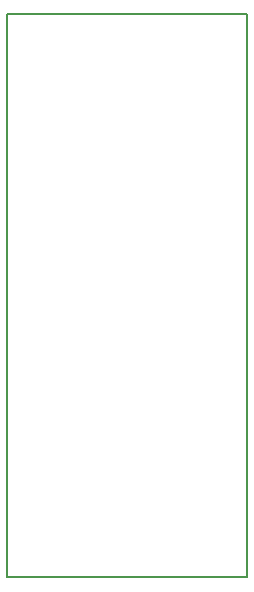
<source format=gm1>
G04 #@! TF.FileFunction,Profile,NP*
%FSLAX46Y46*%
G04 Gerber Fmt 4.6, Leading zero omitted, Abs format (unit mm)*
G04 Created by KiCad (PCBNEW 4.0.7) date 06/17/19 21:45:38*
%MOMM*%
%LPD*%
G01*
G04 APERTURE LIST*
%ADD10C,0.100000*%
%ADD11C,0.150000*%
G04 APERTURE END LIST*
D10*
D11*
X68580000Y-111125000D02*
X68580000Y-63500000D01*
X88900000Y-111125000D02*
X68580000Y-111125000D01*
X88900000Y-63500000D02*
X88900000Y-111125000D01*
X68580000Y-63500000D02*
X88900000Y-63500000D01*
M02*

</source>
